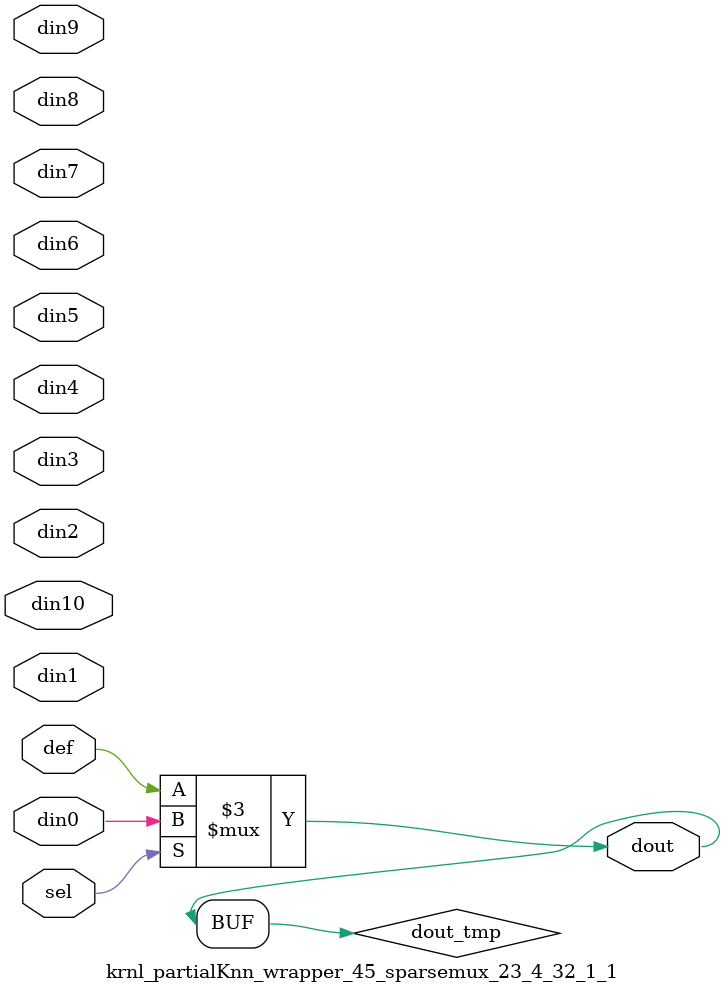
<source format=v>
`timescale 1 ns / 1 ps
module krnl_partialKnn_wrapper_45_sparsemux_23_4_32_1_1 (din0,din1,din2,din3,din4,din5,din6,din7,din8,din9,din10,def,sel,dout);
parameter din0_WIDTH = 1;
parameter din1_WIDTH = 1;
parameter din2_WIDTH = 1;
parameter din3_WIDTH = 1;
parameter din4_WIDTH = 1;
parameter din5_WIDTH = 1;
parameter din6_WIDTH = 1;
parameter din7_WIDTH = 1;
parameter din8_WIDTH = 1;
parameter din9_WIDTH = 1;
parameter din10_WIDTH = 1;
parameter def_WIDTH = 1;
parameter sel_WIDTH = 1;
parameter dout_WIDTH = 1;
parameter [sel_WIDTH-1:0] CASE0 = 1;
parameter [sel_WIDTH-1:0] CASE1 = 1;
parameter [sel_WIDTH-1:0] CASE2 = 1;
parameter [sel_WIDTH-1:0] CASE3 = 1;
parameter [sel_WIDTH-1:0] CASE4 = 1;
parameter [sel_WIDTH-1:0] CASE5 = 1;
parameter [sel_WIDTH-1:0] CASE6 = 1;
parameter [sel_WIDTH-1:0] CASE7 = 1;
parameter [sel_WIDTH-1:0] CASE8 = 1;
parameter [sel_WIDTH-1:0] CASE9 = 1;
parameter [sel_WIDTH-1:0] CASE10 = 1;
parameter ID = 1;
parameter NUM_STAGE = 1;
input [din0_WIDTH-1:0] din0;
input [din1_WIDTH-1:0] din1;
input [din2_WIDTH-1:0] din2;
input [din3_WIDTH-1:0] din3;
input [din4_WIDTH-1:0] din4;
input [din5_WIDTH-1:0] din5;
input [din6_WIDTH-1:0] din6;
input [din7_WIDTH-1:0] din7;
input [din8_WIDTH-1:0] din8;
input [din9_WIDTH-1:0] din9;
input [din10_WIDTH-1:0] din10;
input [def_WIDTH-1:0] def;
input [sel_WIDTH-1:0] sel;
output [dout_WIDTH-1:0] dout;
reg [dout_WIDTH-1:0] dout_tmp;
always @ (*) begin
case (sel)
    
    CASE0 : dout_tmp = din0;
    
    CASE1 : dout_tmp = din1;
    
    CASE2 : dout_tmp = din2;
    
    CASE3 : dout_tmp = din3;
    
    CASE4 : dout_tmp = din4;
    
    CASE5 : dout_tmp = din5;
    
    CASE6 : dout_tmp = din6;
    
    CASE7 : dout_tmp = din7;
    
    CASE8 : dout_tmp = din8;
    
    CASE9 : dout_tmp = din9;
    
    CASE10 : dout_tmp = din10;
    
    default : dout_tmp = def;
endcase
end
assign dout = dout_tmp;
endmodule
</source>
